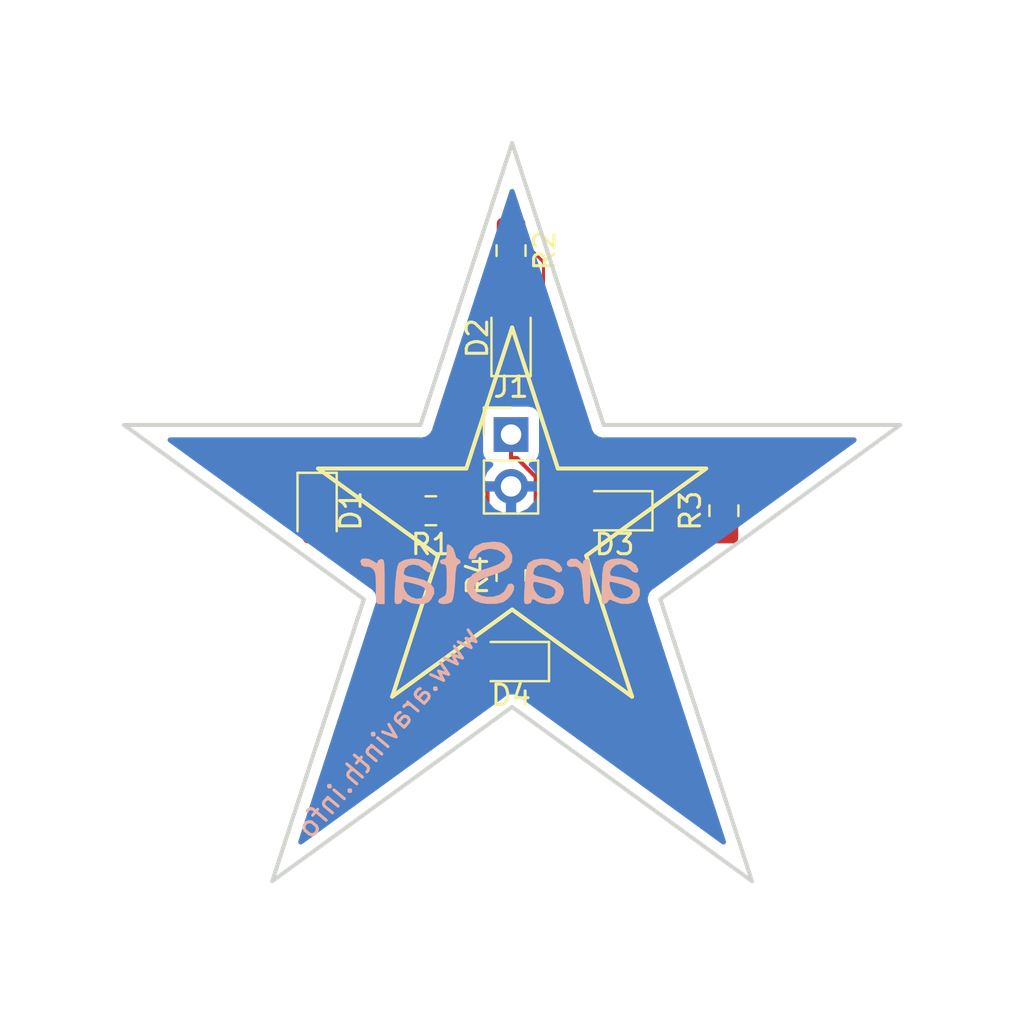
<source format=kicad_pcb>
(kicad_pcb (version 20171130) (host pcbnew "(5.0.1-3-g963ef8bb5)")

  (general
    (thickness 1.6)
    (drawings 1)
    (tracks 31)
    (zones 0)
    (modules 11)
    (nets 10)
  )

  (page A4)
  (title_block
    (title "Designed by Aravinth")
    (date 2019-03-03)
    (rev v0.1)
    (company "LED Start v0.1")
    (comment 1 www.aravinth.info)
  )

  (layers
    (0 F.Cu signal)
    (31 B.Cu power)
    (32 B.Adhes user)
    (33 F.Adhes user)
    (34 B.Paste user)
    (35 F.Paste user)
    (36 B.SilkS user)
    (37 F.SilkS user)
    (38 B.Mask user)
    (39 F.Mask user)
    (40 Dwgs.User user)
    (41 Cmts.User user)
    (42 Eco1.User user)
    (43 Eco2.User user)
    (44 Edge.Cuts user)
    (45 Margin user)
    (46 B.CrtYd user)
    (47 F.CrtYd user)
    (48 B.Fab user)
    (49 F.Fab user)
  )

  (setup
    (last_trace_width 0.25)
    (user_trace_width 0.1524)
    (trace_clearance 0.2)
    (zone_clearance 0.508)
    (zone_45_only no)
    (trace_min 0.1524)
    (segment_width 0.2)
    (edge_width 0.15)
    (via_size 0.8)
    (via_drill 0.4)
    (via_min_size 0.6)
    (via_min_drill 0.3)
    (uvia_size 0.3)
    (uvia_drill 0.1)
    (uvias_allowed no)
    (uvia_min_size 0.2)
    (uvia_min_drill 0.1)
    (pcb_text_width 0.3)
    (pcb_text_size 1.5 1.5)
    (mod_edge_width 0.15)
    (mod_text_size 1 1)
    (mod_text_width 0.15)
    (pad_size 1.524 1.524)
    (pad_drill 0.762)
    (pad_to_mask_clearance 0.051)
    (solder_mask_min_width 0.25)
    (aux_axis_origin 99.9744 99.9998)
    (visible_elements FFFFFF7F)
    (pcbplotparams
      (layerselection 0x010f0_ffffffff)
      (usegerberextensions true)
      (usegerberattributes false)
      (usegerberadvancedattributes false)
      (creategerberjobfile false)
      (excludeedgelayer true)
      (linewidth 0.100000)
      (plotframeref false)
      (viasonmask false)
      (mode 1)
      (useauxorigin false)
      (hpglpennumber 1)
      (hpglpenspeed 20)
      (hpglpendiameter 15.000000)
      (psnegative false)
      (psa4output false)
      (plotreference true)
      (plotvalue true)
      (plotinvisibletext false)
      (padsonsilk false)
      (subtractmaskfromsilk true)
      (outputformat 1)
      (mirror false)
      (drillshape 0)
      (scaleselection 1)
      (outputdirectory "gerber/"))
  )

  (net 0 "")
  (net 1 /GND)
  (net 2 "Net-(D1-Pad2)")
  (net 3 "Net-(D2-Pad2)")
  (net 4 "Net-(D2-Pad1)")
  (net 5 "Net-(D3-Pad1)")
  (net 6 "Net-(D3-Pad2)")
  (net 7 "Net-(D4-Pad2)")
  (net 8 "Net-(D4-Pad1)")
  (net 9 /VCC)

  (net_class Default "This is the default net class."
    (clearance 0.2)
    (trace_width 0.25)
    (via_dia 0.8)
    (via_drill 0.4)
    (uvia_dia 0.3)
    (uvia_drill 0.1)
  )

  (net_class PWR ""
    (clearance 0.2032)
    (trace_width 0.2032)
    (via_dia 0.6)
    (via_drill 0.3)
    (uvia_dia 0.3)
    (uvia_drill 0.1)
    (add_net /GND)
    (add_net /VCC)
  )

  (net_class SIGNAL ""
    (clearance 0.1524)
    (trace_width 0.1524)
    (via_dia 0.6)
    (via_drill 0.3)
    (uvia_dia 0.3)
    (uvia_drill 0.1)
    (diff_pair_gap 0.1524)
    (diff_pair_width 0.1524)
    (add_net "Net-(D1-Pad2)")
    (add_net "Net-(D2-Pad1)")
    (add_net "Net-(D2-Pad2)")
    (add_net "Net-(D3-Pad1)")
    (add_net "Net-(D3-Pad2)")
    (add_net "Net-(D4-Pad1)")
    (add_net "Net-(D4-Pad2)")
  )

  (module LED_SMD:LED_0805_2012Metric_Pad1.15x1.40mm_HandSolder (layer F.Cu) (tedit 5B4B45C9) (tstamp 5C875CBE)
    (at 90.424 99.9236 270)
    (descr "LED SMD 0805 (2012 Metric), square (rectangular) end terminal, IPC_7351 nominal, (Body size source: https://docs.google.com/spreadsheets/d/1BsfQQcO9C6DZCsRaXUlFlo91Tg2WpOkGARC1WS5S8t0/edit?usp=sharing), generated with kicad-footprint-generator")
    (tags "LED handsolder")
    (path /5C7B0ADD)
    (attr smd)
    (fp_text reference D1 (at 0 -1.65 270) (layer F.SilkS)
      (effects (font (size 1 1) (thickness 0.15)))
    )
    (fp_text value RED (at 0 1.65 270) (layer F.Fab)
      (effects (font (size 1 1) (thickness 0.15)))
    )
    (fp_line (start 1 -0.6) (end -0.7 -0.6) (layer F.Fab) (width 0.1))
    (fp_line (start -0.7 -0.6) (end -1 -0.3) (layer F.Fab) (width 0.1))
    (fp_line (start -1 -0.3) (end -1 0.6) (layer F.Fab) (width 0.1))
    (fp_line (start -1 0.6) (end 1 0.6) (layer F.Fab) (width 0.1))
    (fp_line (start 1 0.6) (end 1 -0.6) (layer F.Fab) (width 0.1))
    (fp_line (start 1 -0.96) (end -1.86 -0.96) (layer F.SilkS) (width 0.12))
    (fp_line (start -1.86 -0.96) (end -1.86 0.96) (layer F.SilkS) (width 0.12))
    (fp_line (start -1.86 0.96) (end 1 0.96) (layer F.SilkS) (width 0.12))
    (fp_line (start -1.85 0.95) (end -1.85 -0.95) (layer F.CrtYd) (width 0.05))
    (fp_line (start -1.85 -0.95) (end 1.85 -0.95) (layer F.CrtYd) (width 0.05))
    (fp_line (start 1.85 -0.95) (end 1.85 0.95) (layer F.CrtYd) (width 0.05))
    (fp_line (start 1.85 0.95) (end -1.85 0.95) (layer F.CrtYd) (width 0.05))
    (fp_text user %R (at 0 0 270) (layer F.Fab)
      (effects (font (size 0.5 0.5) (thickness 0.08)))
    )
    (pad 1 smd roundrect (at -1.025 0 270) (size 1.15 1.4) (layers F.Cu F.Paste F.Mask) (roundrect_rratio 0.217391)
      (net 1 /GND))
    (pad 2 smd roundrect (at 1.025 0 270) (size 1.15 1.4) (layers F.Cu F.Paste F.Mask) (roundrect_rratio 0.217391)
      (net 2 "Net-(D1-Pad2)"))
    (model ${KISYS3DMOD}/LED_SMD.3dshapes/LED_0805_2012Metric.wrl
      (at (xyz 0 0 0))
      (scale (xyz 1 1 1))
      (rotate (xyz 0 0 0))
    )
  )

  (module LED_SMD:LED_0805_2012Metric_Pad1.15x1.40mm_HandSolder (layer F.Cu) (tedit 5B4B45C9) (tstamp 5C875CD1)
    (at 99.9294 91.4654 90)
    (descr "LED SMD 0805 (2012 Metric), square (rectangular) end terminal, IPC_7351 nominal, (Body size source: https://docs.google.com/spreadsheets/d/1BsfQQcO9C6DZCsRaXUlFlo91Tg2WpOkGARC1WS5S8t0/edit?usp=sharing), generated with kicad-footprint-generator")
    (tags "LED handsolder")
    (path /5C7B12C2)
    (attr smd)
    (fp_text reference D2 (at 0 -1.65 90) (layer F.SilkS)
      (effects (font (size 1 1) (thickness 0.15)))
    )
    (fp_text value RED (at 0 1.65 90) (layer F.Fab)
      (effects (font (size 1 1) (thickness 0.15)))
    )
    (fp_text user %R (at 0 -0.035 90) (layer F.Fab)
      (effects (font (size 0.5 0.5) (thickness 0.08)))
    )
    (fp_line (start 1.85 0.95) (end -1.85 0.95) (layer F.CrtYd) (width 0.05))
    (fp_line (start 1.85 -0.95) (end 1.85 0.95) (layer F.CrtYd) (width 0.05))
    (fp_line (start -1.85 -0.95) (end 1.85 -0.95) (layer F.CrtYd) (width 0.05))
    (fp_line (start -1.85 0.95) (end -1.85 -0.95) (layer F.CrtYd) (width 0.05))
    (fp_line (start -1.86 0.96) (end 1 0.96) (layer F.SilkS) (width 0.12))
    (fp_line (start -1.86 -0.96) (end -1.86 0.96) (layer F.SilkS) (width 0.12))
    (fp_line (start 1 -0.96) (end -1.86 -0.96) (layer F.SilkS) (width 0.12))
    (fp_line (start 1 0.6) (end 1 -0.6) (layer F.Fab) (width 0.1))
    (fp_line (start -1 0.6) (end 1 0.6) (layer F.Fab) (width 0.1))
    (fp_line (start -1 -0.3) (end -1 0.6) (layer F.Fab) (width 0.1))
    (fp_line (start -0.7 -0.6) (end -1 -0.3) (layer F.Fab) (width 0.1))
    (fp_line (start 1 -0.6) (end -0.7 -0.6) (layer F.Fab) (width 0.1))
    (pad 2 smd roundrect (at 1.025 0 90) (size 1.15 1.4) (layers F.Cu F.Paste F.Mask) (roundrect_rratio 0.217391)
      (net 3 "Net-(D2-Pad2)"))
    (pad 1 smd roundrect (at -1.025 0 90) (size 1.15 1.4) (layers F.Cu F.Paste F.Mask) (roundrect_rratio 0.217391)
      (net 4 "Net-(D2-Pad1)"))
    (model ${KISYS3DMOD}/LED_SMD.3dshapes/LED_0805_2012Metric.wrl
      (at (xyz 0 0 0))
      (scale (xyz 1 1 1))
      (rotate (xyz 0 0 0))
    )
  )

  (module LED_SMD:LED_0805_2012Metric_Pad1.15x1.40mm_HandSolder (layer F.Cu) (tedit 5B4B45C9) (tstamp 5C875CE4)
    (at 105 99.9236 180)
    (descr "LED SMD 0805 (2012 Metric), square (rectangular) end terminal, IPC_7351 nominal, (Body size source: https://docs.google.com/spreadsheets/d/1BsfQQcO9C6DZCsRaXUlFlo91Tg2WpOkGARC1WS5S8t0/edit?usp=sharing), generated with kicad-footprint-generator")
    (tags "LED handsolder")
    (path /5C7B15B6)
    (attr smd)
    (fp_text reference D3 (at 0 -1.65 180) (layer F.SilkS)
      (effects (font (size 1 1) (thickness 0.15)))
    )
    (fp_text value RED (at 0 1.65 180) (layer F.Fab)
      (effects (font (size 1 1) (thickness 0.15)))
    )
    (fp_line (start 1 -0.6) (end -0.7 -0.6) (layer F.Fab) (width 0.1))
    (fp_line (start -0.7 -0.6) (end -1 -0.3) (layer F.Fab) (width 0.1))
    (fp_line (start -1 -0.3) (end -1 0.6) (layer F.Fab) (width 0.1))
    (fp_line (start -1 0.6) (end 1 0.6) (layer F.Fab) (width 0.1))
    (fp_line (start 1 0.6) (end 1 -0.6) (layer F.Fab) (width 0.1))
    (fp_line (start 1 -0.96) (end -1.86 -0.96) (layer F.SilkS) (width 0.12))
    (fp_line (start -1.86 -0.96) (end -1.86 0.96) (layer F.SilkS) (width 0.12))
    (fp_line (start -1.86 0.96) (end 1 0.96) (layer F.SilkS) (width 0.12))
    (fp_line (start -1.85 0.95) (end -1.85 -0.95) (layer F.CrtYd) (width 0.05))
    (fp_line (start -1.85 -0.95) (end 1.85 -0.95) (layer F.CrtYd) (width 0.05))
    (fp_line (start 1.85 -0.95) (end 1.85 0.95) (layer F.CrtYd) (width 0.05))
    (fp_line (start 1.85 0.95) (end -1.85 0.95) (layer F.CrtYd) (width 0.05))
    (fp_text user %R (at 0 0 180) (layer F.Fab)
      (effects (font (size 0.5 0.5) (thickness 0.08)))
    )
    (pad 1 smd roundrect (at -1.025 0 180) (size 1.15 1.4) (layers F.Cu F.Paste F.Mask) (roundrect_rratio 0.217391)
      (net 5 "Net-(D3-Pad1)"))
    (pad 2 smd roundrect (at 1.025 0 180) (size 1.15 1.4) (layers F.Cu F.Paste F.Mask) (roundrect_rratio 0.217391)
      (net 6 "Net-(D3-Pad2)"))
    (model ${KISYS3DMOD}/LED_SMD.3dshapes/LED_0805_2012Metric.wrl
      (at (xyz 0 0 0))
      (scale (xyz 1 1 1))
      (rotate (xyz 0 0 0))
    )
  )

  (module LED_SMD:LED_0805_2012Metric_Pad1.15x1.40mm_HandSolder (layer F.Cu) (tedit 5B4B45C9) (tstamp 5C875CF7)
    (at 99.9294 107.315 180)
    (descr "LED SMD 0805 (2012 Metric), square (rectangular) end terminal, IPC_7351 nominal, (Body size source: https://docs.google.com/spreadsheets/d/1BsfQQcO9C6DZCsRaXUlFlo91Tg2WpOkGARC1WS5S8t0/edit?usp=sharing), generated with kicad-footprint-generator")
    (tags "LED handsolder")
    (path /5C7B15C2)
    (attr smd)
    (fp_text reference D4 (at 0 -1.65 180) (layer F.SilkS)
      (effects (font (size 1 1) (thickness 0.15)))
    )
    (fp_text value RED (at 0 1.65 180) (layer F.Fab)
      (effects (font (size 1 1) (thickness 0.15)))
    )
    (fp_text user %R (at 0 0 180) (layer F.Fab)
      (effects (font (size 0.5 0.5) (thickness 0.08)))
    )
    (fp_line (start 1.85 0.95) (end -1.85 0.95) (layer F.CrtYd) (width 0.05))
    (fp_line (start 1.85 -0.95) (end 1.85 0.95) (layer F.CrtYd) (width 0.05))
    (fp_line (start -1.85 -0.95) (end 1.85 -0.95) (layer F.CrtYd) (width 0.05))
    (fp_line (start -1.85 0.95) (end -1.85 -0.95) (layer F.CrtYd) (width 0.05))
    (fp_line (start -1.86 0.96) (end 1 0.96) (layer F.SilkS) (width 0.12))
    (fp_line (start -1.86 -0.96) (end -1.86 0.96) (layer F.SilkS) (width 0.12))
    (fp_line (start 1 -0.96) (end -1.86 -0.96) (layer F.SilkS) (width 0.12))
    (fp_line (start 1 0.6) (end 1 -0.6) (layer F.Fab) (width 0.1))
    (fp_line (start -1 0.6) (end 1 0.6) (layer F.Fab) (width 0.1))
    (fp_line (start -1 -0.3) (end -1 0.6) (layer F.Fab) (width 0.1))
    (fp_line (start -0.7 -0.6) (end -1 -0.3) (layer F.Fab) (width 0.1))
    (fp_line (start 1 -0.6) (end -0.7 -0.6) (layer F.Fab) (width 0.1))
    (pad 2 smd roundrect (at 1.025 0 180) (size 1.15 1.4) (layers F.Cu F.Paste F.Mask) (roundrect_rratio 0.217391)
      (net 7 "Net-(D4-Pad2)"))
    (pad 1 smd roundrect (at -1.025 0 180) (size 1.15 1.4) (layers F.Cu F.Paste F.Mask) (roundrect_rratio 0.217391)
      (net 8 "Net-(D4-Pad1)"))
    (model ${KISYS3DMOD}/LED_SMD.3dshapes/LED_0805_2012Metric.wrl
      (at (xyz 0 0 0))
      (scale (xyz 1 1 1))
      (rotate (xyz 0 0 0))
    )
  )

  (module Connector_PinHeader_2.54mm:PinHeader_1x02_P2.54mm_Vertical (layer F.Cu) (tedit 59FED5CC) (tstamp 5C875D0D)
    (at 99.9294 96.1898)
    (descr "Through hole straight pin header, 1x02, 2.54mm pitch, single row")
    (tags "Through hole pin header THT 1x02 2.54mm single row")
    (path /5C7B2601)
    (fp_text reference J1 (at 0 -2.33) (layer F.SilkS)
      (effects (font (size 1 1) (thickness 0.15)))
    )
    (fp_text value VIN (at 0 4.87) (layer F.Fab)
      (effects (font (size 1 1) (thickness 0.15)))
    )
    (fp_line (start -0.635 -1.27) (end 1.27 -1.27) (layer F.Fab) (width 0.1))
    (fp_line (start 1.27 -1.27) (end 1.27 3.81) (layer F.Fab) (width 0.1))
    (fp_line (start 1.27 3.81) (end -1.27 3.81) (layer F.Fab) (width 0.1))
    (fp_line (start -1.27 3.81) (end -1.27 -0.635) (layer F.Fab) (width 0.1))
    (fp_line (start -1.27 -0.635) (end -0.635 -1.27) (layer F.Fab) (width 0.1))
    (fp_line (start -1.33 3.87) (end 1.33 3.87) (layer F.SilkS) (width 0.12))
    (fp_line (start -1.33 1.27) (end -1.33 3.87) (layer F.SilkS) (width 0.12))
    (fp_line (start 1.33 1.27) (end 1.33 3.87) (layer F.SilkS) (width 0.12))
    (fp_line (start -1.33 1.27) (end 1.33 1.27) (layer F.SilkS) (width 0.12))
    (fp_line (start -1.33 0) (end -1.33 -1.33) (layer F.SilkS) (width 0.12))
    (fp_line (start -1.33 -1.33) (end 0 -1.33) (layer F.SilkS) (width 0.12))
    (fp_line (start -1.8 -1.8) (end -1.8 4.35) (layer F.CrtYd) (width 0.05))
    (fp_line (start -1.8 4.35) (end 1.8 4.35) (layer F.CrtYd) (width 0.05))
    (fp_line (start 1.8 4.35) (end 1.8 -1.8) (layer F.CrtYd) (width 0.05))
    (fp_line (start 1.8 -1.8) (end -1.8 -1.8) (layer F.CrtYd) (width 0.05))
    (fp_text user %R (at 0 1.27 90) (layer F.Fab)
      (effects (font (size 1 1) (thickness 0.15)))
    )
    (pad 1 thru_hole rect (at 0 0) (size 1.7 1.7) (drill 1) (layers *.Cu *.Mask)
      (net 9 /VCC))
    (pad 2 thru_hole oval (at 0 2.54) (size 1.7 1.7) (drill 1) (layers *.Cu *.Mask)
      (net 1 /GND))
    (model ${KISYS3DMOD}/Connector_PinHeader_2.54mm.3dshapes/PinHeader_1x02_P2.54mm_Vertical.wrl
      (at (xyz 0 0 0))
      (scale (xyz 1 1 1))
      (rotate (xyz 0 0 0))
    )
    (model ${KISYS3DMOD}/Connector_PinSocket_2.54mm.3dshapes/PinSocket_1x02_P2.54mm_Vertical.step
      (offset (xyz 0 0 3))
      (scale (xyz 1 1 1))
      (rotate (xyz 0 0 0))
    )
  )

  (module Resistor_SMD:R_0805_2012Metric_Pad1.15x1.40mm_HandSolder (layer F.Cu) (tedit 5B36C52B) (tstamp 5C875D1E)
    (at 96 99.9236 180)
    (descr "Resistor SMD 0805 (2012 Metric), square (rectangular) end terminal, IPC_7351 nominal with elongated pad for handsoldering. (Body size source: https://docs.google.com/spreadsheets/d/1BsfQQcO9C6DZCsRaXUlFlo91Tg2WpOkGARC1WS5S8t0/edit?usp=sharing), generated with kicad-footprint-generator")
    (tags "resistor handsolder")
    (path /5C7B0DCC)
    (attr smd)
    (fp_text reference R1 (at 0 -1.65 180) (layer F.SilkS)
      (effects (font (size 1 1) (thickness 0.15)))
    )
    (fp_text value 1K (at 0 1.65 180) (layer F.Fab)
      (effects (font (size 1 1) (thickness 0.15)))
    )
    (fp_line (start -1 0.6) (end -1 -0.6) (layer F.Fab) (width 0.1))
    (fp_line (start -1 -0.6) (end 1 -0.6) (layer F.Fab) (width 0.1))
    (fp_line (start 1 -0.6) (end 1 0.6) (layer F.Fab) (width 0.1))
    (fp_line (start 1 0.6) (end -1 0.6) (layer F.Fab) (width 0.1))
    (fp_line (start -0.261252 -0.71) (end 0.261252 -0.71) (layer F.SilkS) (width 0.12))
    (fp_line (start -0.261252 0.71) (end 0.261252 0.71) (layer F.SilkS) (width 0.12))
    (fp_line (start -1.85 0.95) (end -1.85 -0.95) (layer F.CrtYd) (width 0.05))
    (fp_line (start -1.85 -0.95) (end 1.85 -0.95) (layer F.CrtYd) (width 0.05))
    (fp_line (start 1.85 -0.95) (end 1.85 0.95) (layer F.CrtYd) (width 0.05))
    (fp_line (start 1.85 0.95) (end -1.85 0.95) (layer F.CrtYd) (width 0.05))
    (fp_text user %R (at 0 0 180) (layer F.Fab)
      (effects (font (size 0.5 0.5) (thickness 0.08)))
    )
    (pad 1 smd roundrect (at -1.025 0 180) (size 1.15 1.4) (layers F.Cu F.Paste F.Mask) (roundrect_rratio 0.217391)
      (net 4 "Net-(D2-Pad1)"))
    (pad 2 smd roundrect (at 1.025 0 180) (size 1.15 1.4) (layers F.Cu F.Paste F.Mask) (roundrect_rratio 0.217391)
      (net 2 "Net-(D1-Pad2)"))
    (model ${KISYS3DMOD}/Resistor_SMD.3dshapes/R_0805_2012Metric.wrl
      (at (xyz 0 0 0))
      (scale (xyz 1 1 1))
      (rotate (xyz 0 0 0))
    )
  )

  (module Resistor_SMD:R_0805_2012Metric_Pad1.15x1.40mm_HandSolder (layer F.Cu) (tedit 5B36C52B) (tstamp 5C87595C)
    (at 99.9294 87.1728 270)
    (descr "Resistor SMD 0805 (2012 Metric), square (rectangular) end terminal, IPC_7351 nominal with elongated pad for handsoldering. (Body size source: https://docs.google.com/spreadsheets/d/1BsfQQcO9C6DZCsRaXUlFlo91Tg2WpOkGARC1WS5S8t0/edit?usp=sharing), generated with kicad-footprint-generator")
    (tags "resistor handsolder")
    (path /5C7B12C8)
    (attr smd)
    (fp_text reference R2 (at 0 -1.65 270) (layer F.SilkS)
      (effects (font (size 1 1) (thickness 0.15)))
    )
    (fp_text value 1K (at 0 1.65 270) (layer F.Fab)
      (effects (font (size 1 1) (thickness 0.15)))
    )
    (fp_text user %R (at 0 0 270) (layer F.Fab)
      (effects (font (size 0.5 0.5) (thickness 0.08)))
    )
    (fp_line (start 1.85 0.95) (end -1.85 0.95) (layer F.CrtYd) (width 0.05))
    (fp_line (start 1.85 -0.95) (end 1.85 0.95) (layer F.CrtYd) (width 0.05))
    (fp_line (start -1.85 -0.95) (end 1.85 -0.95) (layer F.CrtYd) (width 0.05))
    (fp_line (start -1.85 0.95) (end -1.85 -0.95) (layer F.CrtYd) (width 0.05))
    (fp_line (start -0.261252 0.71) (end 0.261252 0.71) (layer F.SilkS) (width 0.12))
    (fp_line (start -0.261252 -0.71) (end 0.261252 -0.71) (layer F.SilkS) (width 0.12))
    (fp_line (start 1 0.6) (end -1 0.6) (layer F.Fab) (width 0.1))
    (fp_line (start 1 -0.6) (end 1 0.6) (layer F.Fab) (width 0.1))
    (fp_line (start -1 -0.6) (end 1 -0.6) (layer F.Fab) (width 0.1))
    (fp_line (start -1 0.6) (end -1 -0.6) (layer F.Fab) (width 0.1))
    (pad 2 smd roundrect (at 1.025 0 270) (size 1.15 1.4) (layers F.Cu F.Paste F.Mask) (roundrect_rratio 0.217391)
      (net 3 "Net-(D2-Pad2)"))
    (pad 1 smd roundrect (at -1.025 0 270) (size 1.15 1.4) (layers F.Cu F.Paste F.Mask) (roundrect_rratio 0.217391)
      (net 5 "Net-(D3-Pad1)"))
    (model ${KISYS3DMOD}/Resistor_SMD.3dshapes/R_0805_2012Metric.wrl
      (at (xyz 0 0 0))
      (scale (xyz 1 1 1))
      (rotate (xyz 0 0 0))
    )
  )

  (module Resistor_SMD:R_0805_2012Metric_Pad1.15x1.40mm_HandSolder (layer F.Cu) (tedit 5B36C52B) (tstamp 5C875D40)
    (at 110.363 99.9236 90)
    (descr "Resistor SMD 0805 (2012 Metric), square (rectangular) end terminal, IPC_7351 nominal with elongated pad for handsoldering. (Body size source: https://docs.google.com/spreadsheets/d/1BsfQQcO9C6DZCsRaXUlFlo91Tg2WpOkGARC1WS5S8t0/edit?usp=sharing), generated with kicad-footprint-generator")
    (tags "resistor handsolder")
    (path /5C7B15BC)
    (attr smd)
    (fp_text reference R3 (at 0 -1.65 90) (layer F.SilkS)
      (effects (font (size 1 1) (thickness 0.15)))
    )
    (fp_text value 1K (at 0 1.65 90) (layer F.Fab)
      (effects (font (size 1 1) (thickness 0.15)))
    )
    (fp_line (start -1 0.6) (end -1 -0.6) (layer F.Fab) (width 0.1))
    (fp_line (start -1 -0.6) (end 1 -0.6) (layer F.Fab) (width 0.1))
    (fp_line (start 1 -0.6) (end 1 0.6) (layer F.Fab) (width 0.1))
    (fp_line (start 1 0.6) (end -1 0.6) (layer F.Fab) (width 0.1))
    (fp_line (start -0.261252 -0.71) (end 0.261252 -0.71) (layer F.SilkS) (width 0.12))
    (fp_line (start -0.261252 0.71) (end 0.261252 0.71) (layer F.SilkS) (width 0.12))
    (fp_line (start -1.85 0.95) (end -1.85 -0.95) (layer F.CrtYd) (width 0.05))
    (fp_line (start -1.85 -0.95) (end 1.85 -0.95) (layer F.CrtYd) (width 0.05))
    (fp_line (start 1.85 -0.95) (end 1.85 0.95) (layer F.CrtYd) (width 0.05))
    (fp_line (start 1.85 0.95) (end -1.85 0.95) (layer F.CrtYd) (width 0.05))
    (fp_text user %R (at 0 0 90) (layer F.Fab)
      (effects (font (size 0.5 0.5) (thickness 0.08)))
    )
    (pad 1 smd roundrect (at -1.025 0 90) (size 1.15 1.4) (layers F.Cu F.Paste F.Mask) (roundrect_rratio 0.217391)
      (net 8 "Net-(D4-Pad1)"))
    (pad 2 smd roundrect (at 1.025 0 90) (size 1.15 1.4) (layers F.Cu F.Paste F.Mask) (roundrect_rratio 0.217391)
      (net 6 "Net-(D3-Pad2)"))
    (model ${KISYS3DMOD}/Resistor_SMD.3dshapes/R_0805_2012Metric.wrl
      (at (xyz 0 0 0))
      (scale (xyz 1 1 1))
      (rotate (xyz 0 0 0))
    )
  )

  (module Resistor_SMD:R_0805_2012Metric_Pad1.15x1.40mm_HandSolder (layer F.Cu) (tedit 5B36C52B) (tstamp 5C875D51)
    (at 99.9294 103.099 90)
    (descr "Resistor SMD 0805 (2012 Metric), square (rectangular) end terminal, IPC_7351 nominal with elongated pad for handsoldering. (Body size source: https://docs.google.com/spreadsheets/d/1BsfQQcO9C6DZCsRaXUlFlo91Tg2WpOkGARC1WS5S8t0/edit?usp=sharing), generated with kicad-footprint-generator")
    (tags "resistor handsolder")
    (path /5C7B15C8)
    (attr smd)
    (fp_text reference R4 (at 0 -1.65 90) (layer F.SilkS)
      (effects (font (size 1 1) (thickness 0.15)))
    )
    (fp_text value 1K (at 0 1.65 90) (layer F.Fab)
      (effects (font (size 1 1) (thickness 0.15)))
    )
    (fp_text user %R (at 0 0 90) (layer F.Fab)
      (effects (font (size 0.5 0.5) (thickness 0.08)))
    )
    (fp_line (start 1.85 0.95) (end -1.85 0.95) (layer F.CrtYd) (width 0.05))
    (fp_line (start 1.85 -0.95) (end 1.85 0.95) (layer F.CrtYd) (width 0.05))
    (fp_line (start -1.85 -0.95) (end 1.85 -0.95) (layer F.CrtYd) (width 0.05))
    (fp_line (start -1.85 0.95) (end -1.85 -0.95) (layer F.CrtYd) (width 0.05))
    (fp_line (start -0.261252 0.71) (end 0.261252 0.71) (layer F.SilkS) (width 0.12))
    (fp_line (start -0.261252 -0.71) (end 0.261252 -0.71) (layer F.SilkS) (width 0.12))
    (fp_line (start 1 0.6) (end -1 0.6) (layer F.Fab) (width 0.1))
    (fp_line (start 1 -0.6) (end 1 0.6) (layer F.Fab) (width 0.1))
    (fp_line (start -1 -0.6) (end 1 -0.6) (layer F.Fab) (width 0.1))
    (fp_line (start -1 0.6) (end -1 -0.6) (layer F.Fab) (width 0.1))
    (pad 2 smd roundrect (at 1.025 0 90) (size 1.15 1.4) (layers F.Cu F.Paste F.Mask) (roundrect_rratio 0.217391)
      (net 7 "Net-(D4-Pad2)"))
    (pad 1 smd roundrect (at -1.025 0 90) (size 1.15 1.4) (layers F.Cu F.Paste F.Mask) (roundrect_rratio 0.217391)
      (net 9 /VCC))
    (model ${KISYS3DMOD}/Resistor_SMD.3dshapes/R_0805_2012Metric.wrl
      (at (xyz 0 0 0))
      (scale (xyz 1 1 1))
      (rotate (xyz 0 0 0))
    )
  )

  (module LED-STAR:LED-STAR (layer F.Cu) (tedit 5C7B118C) (tstamp 5C875842)
    (at 100 100)
    (fp_text reference REF** (at -2.61112 23.04288) (layer F.Fab)
      (effects (font (size 1 1) (thickness 0.15)))
    )
    (fp_text value LED-STAR (at -0.051 -21.3616) (layer F.Fab)
      (effects (font (size 1 1) (thickness 0.15)))
    )
    (fp_line (start -2.263976 -2.145459) (end -0.018817 -9.05529) (layer F.SilkS) (width 0.2))
    (fp_line (start -9.529585 -2.145459) (end -2.263976 -2.145459) (layer F.SilkS) (width 0.2))
    (fp_line (start 3.613655 2.124762) (end 5.858814 9.034593) (layer F.SilkS) (width 0.2))
    (fp_line (start 9.491619 -2.145459) (end 3.613655 2.124762) (layer F.SilkS) (width 0.2))
    (fp_line (start -0.018817 -9.05529) (end -0.018817 -9.05529) (layer F.SilkS) (width 0.2))
    (fp_line (start 2.226343 -2.145459) (end 9.491619 -2.145459) (layer F.SilkS) (width 0.2))
    (fp_line (start -0.018817 -9.05529) (end 2.226343 -2.145459) (layer F.SilkS) (width 0.2))
    (fp_line (start -3.651621 2.124762) (end -9.529585 -2.145459) (layer F.SilkS) (width 0.2))
    (fp_line (start -5.89678 9.034593) (end -3.651621 2.124762) (layer F.SilkS) (width 0.2))
    (fp_line (start -0.018817 4.764372) (end -5.89678 9.034593) (layer F.SilkS) (width 0.2))
    (fp_line (start 5.858814 9.034593) (end -0.018817 4.764372) (layer F.SilkS) (width 0.2))
    (fp_line (start -25.019071 -0.010583) (end 24.981192 -0.010583) (layer Dwgs.User) (width 0.2))
    (fp_line (start -0.018965 -25.010604) (end -0.018965 24.989659) (layer Dwgs.User) (width 0.2))
    (fp_line (start -0.019061 -18.100826) (end -0.019061 -18.100826) (layer Edge.Cuts) (width 0.2))
    (fp_line (start -4.50927 -4.281051) (end -0.019061 -18.100826) (layer Edge.Cuts) (width 0.2))
    (fp_line (start -19.040031 -4.281051) (end -4.50927 -4.281051) (layer Edge.Cuts) (width 0.2))
    (fp_line (start -7.284441 4.259863) (end -19.040031 -4.281051) (layer Edge.Cuts) (width 0.2))
    (fp_line (start -11.774651 18.07935) (end -7.284441 4.259863) (layer Edge.Cuts) (width 0.2))
    (fp_line (start -0.019061 9.538436) (end -11.774651 18.07935) (layer Edge.Cuts) (width 0.2))
    (fp_line (start 11.736799 18.07935) (end -0.019061 9.538436) (layer Edge.Cuts) (width 0.2))
    (fp_line (start 7.24659 4.259863) (end 11.736799 18.07935) (layer Edge.Cuts) (width 0.2))
    (fp_line (start 19.00218 -4.281051) (end 7.24659 4.259863) (layer Edge.Cuts) (width 0.2))
    (fp_line (start 4.471419 -4.281051) (end 19.00218 -4.281051) (layer Edge.Cuts) (width 0.2))
    (fp_line (start -0.019061 -18.100826) (end 4.471419 -4.281051) (layer Edge.Cuts) (width 0.2))
  )

  (module LED-STAR:LOGO (layer B.Cu) (tedit 0) (tstamp 5C8762CA)
    (at 99.4029 102.9716 180)
    (fp_text reference G*** (at 0 0 180) (layer B.SilkS) hide
      (effects (font (size 1.524 1.524) (thickness 0.3)) (justify mirror))
    )
    (fp_text value LOGO (at 0.75 0 180) (layer B.SilkS) hide
      (effects (font (size 1.524 1.524) (thickness 0.3)) (justify mirror))
    )
    (fp_poly (pts (xy 6.804625 0.675093) (xy 6.858 0.589716) (xy 6.804762 0.389569) (xy 6.665465 0.308853)
      (xy 6.595748 0.316292) (xy 6.404534 0.295248) (xy 6.26255 0.209147) (xy 6.182447 0.113971)
      (xy 6.132598 -0.020573) (xy 6.106251 -0.232656) (xy 6.096658 -0.560451) (xy 6.096 -0.732789)
      (xy 6.094467 -1.101751) (xy 6.084166 -1.33336) (xy 6.05654 -1.459596) (xy 6.003034 -1.512438)
      (xy 5.915093 -1.523866) (xy 5.884334 -1.524) (xy 5.672667 -1.524) (xy 5.672667 -0.423334)
      (xy 5.674103 0.026008) (xy 5.681179 0.333008) (xy 5.698048 0.524652) (xy 5.728859 0.627925)
      (xy 5.777766 0.669813) (xy 5.842 0.677333) (xy 5.980874 0.623224) (xy 6.011334 0.547798)
      (xy 6.034733 0.477096) (xy 6.127797 0.50879) (xy 6.244167 0.588829) (xy 6.440676 0.6827)
      (xy 6.646712 0.711482) (xy 6.804625 0.675093)) (layer B.SilkS) (width 0.01))
    (fp_poly (pts (xy 4.708524 0.635415) (xy 4.963129 0.49169) (xy 4.96964 0.485313) (xy 5.03941 0.328333)
      (xy 5.096961 0.00778) (xy 5.142711 -0.478824) (xy 5.149409 -0.57925) (xy 5.174387 -0.988985)
      (xy 5.184498 -1.258908) (xy 5.175672 -1.418199) (xy 5.143841 -1.496033) (xy 5.084937 -1.521589)
      (xy 5.017683 -1.524) (xy 4.862517 -1.47602) (xy 4.826 -1.397) (xy 4.790666 -1.286875)
      (xy 4.674201 -1.307005) (xy 4.534651 -1.399693) (xy 4.350839 -1.475616) (xy 4.082175 -1.519531)
      (xy 3.969296 -1.524) (xy 3.697084 -1.505882) (xy 3.522748 -1.433664) (xy 3.392812 -1.300915)
      (xy 3.241931 -1.013565) (xy 3.245338 -0.924767) (xy 3.640667 -0.924767) (xy 3.708053 -1.126726)
      (xy 3.880631 -1.242452) (xy 4.114032 -1.265116) (xy 4.363885 -1.18789) (xy 4.533515 -1.062182)
      (xy 4.67779 -0.857146) (xy 4.7412 -0.646743) (xy 4.741334 -0.638849) (xy 4.738361 -0.506971)
      (xy 4.703439 -0.444136) (xy 4.597559 -0.440933) (xy 4.381714 -0.48795) (xy 4.249659 -0.52022)
      (xy 3.916208 -0.619447) (xy 3.72425 -0.727734) (xy 3.646199 -0.863407) (xy 3.640667 -0.924767)
      (xy 3.245338 -0.924767) (xy 3.251925 -0.753135) (xy 3.415137 -0.530097) (xy 3.723911 -0.354924)
      (xy 4.169834 -0.238212) (xy 4.48392 -0.17768) (xy 4.661293 -0.116121) (xy 4.734095 -0.039774)
      (xy 4.741334 0.006468) (xy 4.672521 0.228515) (xy 4.495898 0.368069) (xy 4.256184 0.416178)
      (xy 3.998097 0.36389) (xy 3.766358 0.202253) (xy 3.765883 0.201741) (xy 3.582821 0.055706)
      (xy 3.432956 0.029119) (xy 3.43126 0.029751) (xy 3.317149 0.117205) (xy 3.338963 0.257203)
      (xy 3.450167 0.418132) (xy 3.682378 0.586047) (xy 4.008964 0.679977) (xy 4.370741 0.697305)
      (xy 4.708524 0.635415)) (layer B.SilkS) (width 0.01))
    (fp_poly (pts (xy 2.605657 1.383038) (xy 2.623245 1.246357) (xy 2.624667 1.06866) (xy 2.635147 0.826644)
      (xy 2.678917 0.710577) (xy 2.774469 0.677725) (xy 2.794 0.677333) (xy 2.931904 0.624394)
      (xy 2.963334 0.550333) (xy 2.892747 0.446905) (xy 2.794 0.423333) (xy 2.713638 0.410631)
      (xy 2.663661 0.351068) (xy 2.636938 0.212455) (xy 2.626336 -0.037393) (xy 2.624667 -0.340762)
      (xy 2.627069 -0.703831) (xy 2.640309 -0.933684) (xy 2.673436 -1.06643) (xy 2.7355 -1.138178)
      (xy 2.83555 -1.185036) (xy 2.836334 -1.185334) (xy 2.993984 -1.288454) (xy 3.048 -1.394905)
      (xy 2.97793 -1.485793) (xy 2.809242 -1.52401) (xy 2.604214 -1.509659) (xy 2.425128 -1.442842)
      (xy 2.367996 -1.393782) (xy 2.312296 -1.245166) (xy 2.263931 -0.960461) (xy 2.227974 -0.572894)
      (xy 2.219309 -0.420115) (xy 2.19355 -0.011709) (xy 2.160611 0.249919) (xy 2.116319 0.3873)
      (xy 2.063014 0.423333) (xy 1.960653 0.491349) (xy 1.947334 0.550333) (xy 2.012356 0.662644)
      (xy 2.068969 0.677333) (xy 2.167723 0.754673) (xy 2.217136 0.942892) (xy 2.307943 1.203014)
      (xy 2.434167 1.334219) (xy 2.549965 1.402101) (xy 2.605657 1.383038)) (layer B.SilkS) (width 0.01))
    (fp_poly (pts (xy 0.875042 1.468669) (xy 1.233728 1.307032) (xy 1.463952 1.04285) (xy 1.508535 0.939304)
      (xy 1.560102 0.760666) (xy 1.526664 0.689792) (xy 1.392596 0.677333) (xy 1.2356 0.706876)
      (xy 1.185334 0.762) (xy 1.108235 0.940584) (xy 0.906971 1.086309) (xy 0.626591 1.172677)
      (xy 0.465667 1.185333) (xy 0.171541 1.141911) (xy -0.075425 1.029558) (xy -0.227738 0.875142)
      (xy -0.254 0.778182) (xy -0.169907 0.595389) (xy 0.080829 0.425406) (xy 0.495896 0.26974)
      (xy 0.550334 0.253884) (xy 0.877505 0.147724) (xy 1.164756 0.031814) (xy 1.349328 -0.068399)
      (xy 1.57439 -0.326381) (xy 1.657402 -0.631664) (xy 1.601846 -0.944977) (xy 1.411204 -1.227051)
      (xy 1.234414 -1.364364) (xy 0.949516 -1.469852) (xy 0.579781 -1.519326) (xy 0.200551 -1.509948)
      (xy -0.112833 -1.438883) (xy -0.161171 -1.416919) (xy -0.384237 -1.257047) (xy -0.555495 -1.052676)
      (xy -0.659215 -0.840908) (xy -0.679667 -0.658841) (xy -0.601121 -0.543577) (xy -0.539484 -0.52463)
      (xy -0.386496 -0.553489) (xy -0.305424 -0.71359) (xy -0.180758 -0.92825) (xy 0.042696 -1.077262)
      (xy 0.325373 -1.160265) (xy 0.627707 -1.176898) (xy 0.910134 -1.126799) (xy 1.133088 -1.009606)
      (xy 1.257005 -0.824958) (xy 1.27 -0.727988) (xy 1.229185 -0.547189) (xy 1.091648 -0.395569)
      (xy 0.834754 -0.25734) (xy 0.435865 -0.11671) (xy 0.361267 -0.094099) (xy 0.036806 0.020071)
      (xy -0.240832 0.148546) (xy -0.414903 0.264803) (xy -0.4219 0.271966) (xy -0.574075 0.547434)
      (xy -0.579341 0.859035) (xy -0.440918 1.16458) (xy -0.345179 1.276513) (xy -0.178403 1.420921)
      (xy -0.007549 1.495249) (xy 0.233608 1.521594) (xy 0.395654 1.523683) (xy 0.875042 1.468669)) (layer B.SilkS) (width 0.01))
    (fp_poly (pts (xy -1.641476 0.635415) (xy -1.386871 0.49169) (xy -1.38036 0.485313) (xy -1.31059 0.328333)
      (xy -1.253039 0.00778) (xy -1.207289 -0.478824) (xy -1.200591 -0.57925) (xy -1.175613 -0.988985)
      (xy -1.165502 -1.258908) (xy -1.174328 -1.418199) (xy -1.206159 -1.496033) (xy -1.265063 -1.521589)
      (xy -1.332317 -1.524) (xy -1.487483 -1.47602) (xy -1.524 -1.397) (xy -1.559334 -1.286875)
      (xy -1.675799 -1.307005) (xy -1.815349 -1.399693) (xy -1.999161 -1.475616) (xy -2.267825 -1.519531)
      (xy -2.380704 -1.524) (xy -2.652916 -1.505882) (xy -2.827252 -1.433664) (xy -2.957188 -1.300915)
      (xy -3.108069 -1.013565) (xy -3.104662 -0.924767) (xy -2.709333 -0.924767) (xy -2.641947 -1.126726)
      (xy -2.469369 -1.242452) (xy -2.235968 -1.265116) (xy -1.986115 -1.18789) (xy -1.816485 -1.062182)
      (xy -1.67221 -0.857146) (xy -1.6088 -0.646743) (xy -1.608666 -0.638849) (xy -1.611639 -0.506971)
      (xy -1.646561 -0.444136) (xy -1.752441 -0.440933) (xy -1.968286 -0.48795) (xy -2.100341 -0.52022)
      (xy -2.433792 -0.619447) (xy -2.62575 -0.727734) (xy -2.703801 -0.863407) (xy -2.709333 -0.924767)
      (xy -3.104662 -0.924767) (xy -3.098075 -0.753135) (xy -2.934863 -0.530097) (xy -2.626089 -0.354924)
      (xy -2.180166 -0.238212) (xy -1.86608 -0.17768) (xy -1.688707 -0.116121) (xy -1.615905 -0.039774)
      (xy -1.608666 0.006468) (xy -1.677479 0.228515) (xy -1.854102 0.368069) (xy -2.093816 0.416178)
      (xy -2.351903 0.36389) (xy -2.583642 0.202253) (xy -2.584117 0.201741) (xy -2.767179 0.055706)
      (xy -2.917044 0.029119) (xy -2.91874 0.029751) (xy -3.032851 0.117205) (xy -3.011037 0.257203)
      (xy -2.899833 0.418132) (xy -2.667622 0.586047) (xy -2.341036 0.679977) (xy -1.979259 0.697305)
      (xy -1.641476 0.635415)) (layer B.SilkS) (width 0.01))
    (fp_poly (pts (xy -3.41441 0.671369) (xy -3.282552 0.563201) (xy -3.263886 0.424051) (xy -3.343643 0.316264)
      (xy -3.502162 0.300921) (xy -3.70383 0.317063) (xy -3.84926 0.236416) (xy -3.948388 0.04053)
      (xy -4.011152 -0.289042) (xy -4.044257 -0.705447) (xy -4.067472 -1.085473) (xy -4.094025 -1.326742)
      (xy -4.1314 -1.459783) (xy -4.187076 -1.515123) (xy -4.24487 -1.524) (xy -4.309428 -1.511986)
      (xy -4.353555 -1.458073) (xy -4.381094 -1.335454) (xy -4.395887 -1.117325) (xy -4.401778 -0.776878)
      (xy -4.402666 -0.423334) (xy -4.40123 0.026008) (xy -4.394154 0.333008) (xy -4.377286 0.524652)
      (xy -4.346474 0.627925) (xy -4.297567 0.669813) (xy -4.233333 0.677333) (xy -4.089575 0.616602)
      (xy -4.061307 0.529166) (xy -4.046739 0.429263) (xy -3.98455 0.476786) (xy -3.955474 0.513247)
      (xy -3.736442 0.68345) (xy -3.473476 0.690208) (xy -3.41441 0.671369)) (layer B.SilkS) (width 0.01))
    (fp_poly (pts (xy -5.432207 0.667485) (xy -5.263021 0.599992) (xy -5.162296 0.530616) (xy -5.09086 0.428772)
      (xy -5.042193 0.26516) (xy -5.009774 0.010484) (xy -4.987085 -0.364555) (xy -4.974053 -0.6985)
      (xy -4.963772 -1.080493) (xy -4.968003 -1.323716) (xy -4.99093 -1.458418) (xy -5.036736 -1.514848)
      (xy -5.088195 -1.524) (xy -5.238979 -1.456925) (xy -5.281087 -1.394039) (xy -5.33223 -1.314089)
      (xy -5.427592 -1.321) (xy -5.582274 -1.394039) (xy -5.907196 -1.501512) (xy -6.248813 -1.519133)
      (xy -6.545748 -1.449086) (xy -6.688666 -1.354667) (xy -6.826835 -1.111103) (xy -6.835929 -0.962402)
      (xy -6.502764 -0.962402) (xy -6.386286 -1.136953) (xy -6.167111 -1.249363) (xy -5.893496 -1.253128)
      (xy -5.639669 -1.149684) (xy -5.604167 -1.121834) (xy -5.496753 -0.981263) (xy -5.407746 -0.787345)
      (xy -5.353842 -0.594649) (xy -5.351736 -0.457746) (xy -5.390773 -0.424338) (xy -5.5059 -0.445229)
      (xy -5.728254 -0.497984) (xy -5.919161 -0.547279) (xy -6.276923 -0.669891) (xy -6.469982 -0.806403)
      (xy -6.502764 -0.962402) (xy -6.835929 -0.962402) (xy -6.84436 -0.824546) (xy -6.740478 -0.566482)
      (xy -6.697598 -0.516931) (xy -6.52755 -0.413523) (xy -6.252767 -0.309157) (xy -5.936652 -0.222978)
      (xy -5.642606 -0.174131) (xy -5.546496 -0.169334) (xy -5.398995 -0.112844) (xy -5.375132 0.037489)
      (xy -5.455654 0.21539) (xy -5.655794 0.385529) (xy -5.913846 0.431091) (xy -6.17329 0.352313)
      (xy -6.334873 0.211666) (xy -6.505332 0.051732) (xy -6.65577 0.000765) (xy -6.748699 0.061395)
      (xy -6.758055 0.182006) (xy -6.64799 0.394862) (xy -6.416119 0.562211) (xy -6.106696 0.67168)
      (xy -5.763974 0.710895) (xy -5.432207 0.667485)) (layer B.SilkS) (width 0.01))
  )

  (gr_text www.aravinth.info (at 93.9038 110.7694 50) (layer B.SilkS)
    (effects (font (size 1 1) (thickness 0.15)) (justify mirror))
  )

  (segment (start 99.9294 98.7298) (end 98.7743 98.7298) (width 0.2032) (layer F.Cu) (net 1))
  (segment (start 98.7743 98.7298) (end 98.7743 99.7405) (width 0.2032) (layer F.Cu) (net 1))
  (segment (start 98.7743 99.7405) (end 97.5357 100.9791) (width 0.2032) (layer F.Cu) (net 1))
  (segment (start 97.5357 100.9791) (end 96.4881 100.9791) (width 0.2032) (layer F.Cu) (net 1))
  (segment (start 96.4881 100.9791) (end 96 100.491) (width 0.2032) (layer F.Cu) (net 1))
  (segment (start 96 100.491) (end 96 99.3879) (width 0.2032) (layer F.Cu) (net 1))
  (segment (start 96 99.3879) (end 95.5107 98.8986) (width 0.2032) (layer F.Cu) (net 1))
  (segment (start 95.5107 98.8986) (end 90.424 98.8986) (width 0.2032) (layer F.Cu) (net 1))
  (segment (start 94.975 99.9236) (end 91.449 99.9236) (width 0.1524) (layer F.Cu) (net 2))
  (segment (start 91.449 99.9236) (end 90.424 100.9486) (width 0.1524) (layer F.Cu) (net 2))
  (segment (start 99.9294 88.8728) (end 99.9294 90.4404) (width 0.1524) (layer F.Cu) (net 3))
  (segment (start 99.9294 88.1978) (end 99.9294 88.8728) (width 0.1524) (layer F.Cu) (net 3))
  (segment (start 97.025 99.9236) (end 97.025 95.3948) (width 0.1524) (layer F.Cu) (net 4))
  (segment (start 97.025 95.3948) (end 99.9294 92.4904) (width 0.1524) (layer F.Cu) (net 4))
  (segment (start 100.552772 86.771172) (end 99.9294 86.1478) (width 0.1524) (layer F.Cu) (net 5))
  (segment (start 101.51971 87.73811) (end 100.552772 86.771172) (width 0.1524) (layer F.Cu) (net 5))
  (segment (start 101.51971 98.920168) (end 101.51971 87.73811) (width 0.1524) (layer F.Cu) (net 5))
  (segment (start 103.451752 100.85221) (end 101.51971 98.920168) (width 0.1524) (layer F.Cu) (net 5))
  (segment (start 105.09639 100.85221) (end 103.451752 100.85221) (width 0.1524) (layer F.Cu) (net 5))
  (segment (start 106.025 99.9236) (end 105.09639 100.85221) (width 0.1524) (layer F.Cu) (net 5))
  (segment (start 110.363 98.8986) (end 105 98.8986) (width 0.1524) (layer F.Cu) (net 6))
  (segment (start 105 98.8986) (end 103.975 99.9236) (width 0.1524) (layer F.Cu) (net 6))
  (segment (start 98.9044 107.315) (end 98.9044 103.099) (width 0.1524) (layer F.Cu) (net 7))
  (segment (start 98.9044 103.099) (end 99.9294 102.074) (width 0.1524) (layer F.Cu) (net 7))
  (segment (start 110.363 100.9486) (end 107.3208 100.9486) (width 0.1524) (layer F.Cu) (net 8))
  (segment (start 107.3208 100.9486) (end 100.9544 107.315) (width 0.1524) (layer F.Cu) (net 8))
  (segment (start 99.9294 96.1898) (end 99.9294 97.3449) (width 0.2032) (layer F.Cu) (net 9))
  (segment (start 99.9294 97.3449) (end 100.2182 97.3449) (width 0.2032) (layer F.Cu) (net 9))
  (segment (start 100.2182 97.3449) (end 101.1387 98.2654) (width 0.2032) (layer F.Cu) (net 9))
  (segment (start 101.1387 98.2654) (end 101.1387 102.9147) (width 0.2032) (layer F.Cu) (net 9))
  (segment (start 101.1387 102.9147) (end 99.9294 104.124) (width 0.2032) (layer F.Cu) (net 9))

  (zone (net 1) (net_name /GND) (layer B.Cu) (tstamp 5C8763B3) (hatch edge 0.508)
    (connect_pads (clearance 0.508))
    (min_thickness 0.254)
    (fill yes (arc_segments 16) (thermal_gap 0.508) (thermal_bridge_width 0.508))
    (polygon
      (pts
        (xy 80.1624 83.1088) (xy 79.4258 114.7064) (xy 82.804 122.7836) (xy 118.6688 122.555) (xy 124.2314 82.5246)
        (xy 120.9294 78.5622) (xy 76.5048 82.0166) (xy 80.0862 83.0326)
      )
    )
    (filled_polygon
      (pts
        (xy 103.759002 95.904868) (xy 103.779065 96.005732) (xy 103.844245 96.103281) (xy 103.901577 96.205651) (xy 103.924967 96.22409)
        (xy 103.941514 96.248854) (xy 104.039066 96.314036) (xy 104.131206 96.386672) (xy 104.159872 96.394756) (xy 104.184636 96.411303)
        (xy 104.299707 96.434192) (xy 104.412629 96.466038) (xy 104.51476 96.453949) (xy 116.740078 96.453949) (xy 106.849633 103.63976)
        (xy 106.759895 103.690016) (xy 106.687263 103.782149) (xy 106.607623 103.868303) (xy 106.597312 103.896252) (xy 106.578872 103.919643)
        (xy 106.547027 104.032555) (xy 106.506418 104.142631) (xy 106.507587 104.172396) (xy 106.499502 104.201065) (xy 106.513291 104.317567)
        (xy 106.517897 104.434805) (xy 106.560958 104.528213) (xy 110.338764 116.155142) (xy 100.448017 108.969278) (xy 100.372498 108.899469)
        (xy 100.262425 108.858861) (xy 100.155873 108.809741) (xy 100.126112 108.808572) (xy 100.098171 108.798264) (xy 99.980942 108.80287)
        (xy 99.863699 108.798265) (xy 99.835754 108.808575) (xy 99.805996 108.809744) (xy 99.699451 108.858861) (xy 99.589372 108.899473)
        (xy 99.513854 108.969283) (xy 89.623396 116.155103) (xy 93.401195 104.528201) (xy 93.444251 104.434805) (xy 93.448857 104.317576)
        (xy 93.462647 104.201065) (xy 93.454561 104.172396) (xy 93.455731 104.14263) (xy 93.415121 104.032551) (xy 93.383277 103.919643)
        (xy 93.364838 103.896253) (xy 93.354526 103.868302) (xy 93.27488 103.782142) (xy 93.202254 103.690016) (xy 93.112524 103.639765)
        (xy 86.845737 99.08669) (xy 98.487924 99.08669) (xy 98.657755 99.496724) (xy 99.048042 99.924983) (xy 99.572508 100.171286)
        (xy 99.8024 100.050619) (xy 99.8024 98.8568) (xy 100.0564 98.8568) (xy 100.0564 100.050619) (xy 100.286292 100.171286)
        (xy 100.810758 99.924983) (xy 101.201045 99.496724) (xy 101.370876 99.08669) (xy 101.249555 98.8568) (xy 100.0564 98.8568)
        (xy 99.8024 98.8568) (xy 98.609245 98.8568) (xy 98.487924 99.08669) (xy 86.845737 99.08669) (xy 83.22207 96.453949)
        (xy 95.447395 96.453949) (xy 95.549532 96.466037) (xy 95.66244 96.434193) (xy 95.777513 96.411303) (xy 95.802285 96.394751)
        (xy 95.830954 96.386665) (xy 95.923076 96.314041) (xy 96.020635 96.248854) (xy 96.037188 96.224081) (xy 96.06058 96.20564)
        (xy 96.117898 96.103289) (xy 96.183084 96.005732) (xy 96.203151 95.90485) (xy 96.386742 95.3398) (xy 98.43196 95.3398)
        (xy 98.43196 97.0398) (xy 98.481243 97.287565) (xy 98.621591 97.497609) (xy 98.831635 97.637957) (xy 98.935108 97.658539)
        (xy 98.657755 97.962876) (xy 98.487924 98.37291) (xy 98.609245 98.6028) (xy 99.8024 98.6028) (xy 99.8024 98.5828)
        (xy 100.0564 98.5828) (xy 100.0564 98.6028) (xy 101.249555 98.6028) (xy 101.370876 98.37291) (xy 101.201045 97.962876)
        (xy 100.923692 97.658539) (xy 101.027165 97.637957) (xy 101.237209 97.497609) (xy 101.377557 97.287565) (xy 101.42684 97.0398)
        (xy 101.42684 95.3398) (xy 101.377557 95.092035) (xy 101.237209 94.881991) (xy 101.027165 94.741643) (xy 100.7794 94.69236)
        (xy 99.0794 94.69236) (xy 98.831635 94.741643) (xy 98.621591 94.881991) (xy 98.481243 95.092035) (xy 98.43196 95.3398)
        (xy 96.386742 95.3398) (xy 99.98096 84.277669)
      )
    )
  )
)

</source>
